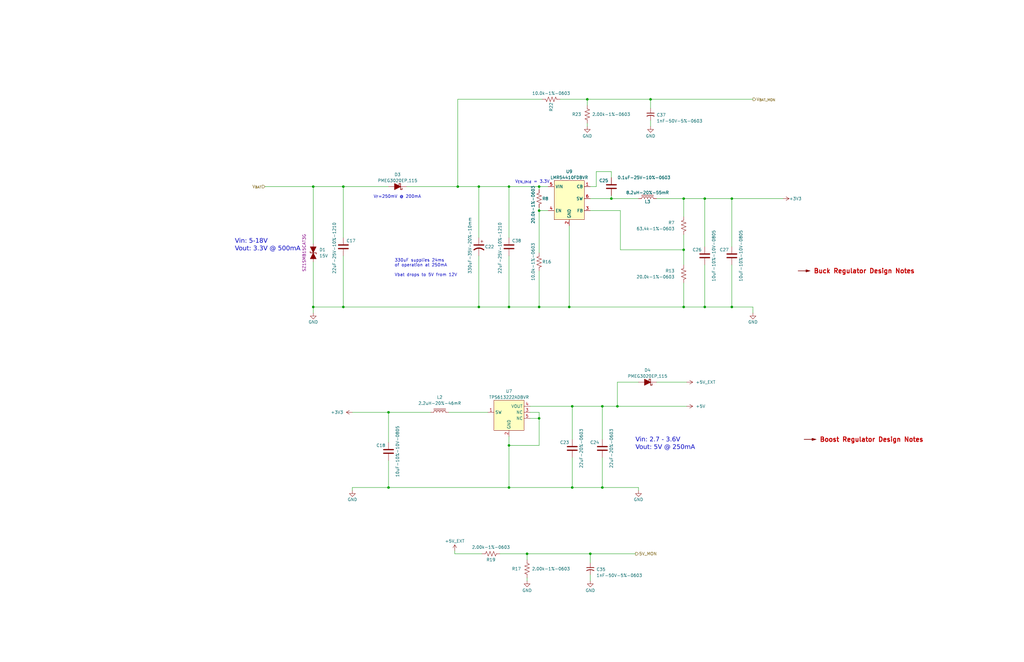
<source format=kicad_sch>
(kicad_sch (version 20250114) (generator "eeschema") (generator_version "9.0")
  (paper "B")
  (title_block (title "CAN I/O Expander") (date "2025-04-26") (rev "1") (company "Realtime Robotics"))
  (lib_symbols
    (symbol "Device:C" (pin_numbers (hide yes)) (pin_names (offset 0.254))
      (property "Reference" "C" (at 0.635 2.54 0))
      (property "Value" "C" (at 0.635 -2.54 0))
      (symbol "C_0_1"
        (polyline (pts (xy -2.032 0.762) (xy 2.032 0.762)) (stroke (width 0.508)))
        (polyline (pts (xy -2.032 -0.762) (xy 2.032 -0.762)) (stroke (width 0.508)))
      )
      (symbol "C_1_1"
        (pin passive line (at 0 3.81 270) (length 2.794) (name "~") (number "1"))
        (pin passive line (at 0 -3.81 90) (length 2.794) (name "~") (number "2"))
      )
    )
    (symbol "Device:C_Polarized_US" (pin_numbers (hide yes)) (pin_names (offset 0.254) (hide yes))
      (property "Reference" "C" (at 0.635 2.54 0))
      (property "Value" "C_Polarized_US" (at 0.635 -2.54 0))
      (symbol "C_Polarized_US_0_1"
        (polyline (pts (xy -2.032 0.762) (xy 2.032 0.762)) (stroke (width 0.508)))
        (polyline (pts (xy -1.778 2.286) (xy -0.762 2.286)))
        (polyline (pts (xy -1.27 1.778) (xy -1.27 2.794)))
        (arc (start -2.032 -1.27) (mid 0 -0.5572) (end 2.032 -1.27) (stroke (width 0.508)))
      )
      (symbol "C_Polarized_US_1_1"
        (pin passive line (at 0 3.81 270) (length 2.794) (name "~") (number "1"))
        (pin passive line (at 0 -3.81 90) (length 3.302) (name "~") (number "2"))
      )
    )
    (symbol "Device:C_Small_US" (pin_numbers (hide yes)) (pin_names (offset 0.254) (hide yes))
      (property "Reference" "C" (at 0.254 1.778 0))
      (property "Value" "C_Small_US" (at 0.254 -2.032 0))
      (symbol "C_Small_US_0_1"
        (polyline (pts (xy -1.524 0.508) (xy 1.524 0.508)) (stroke (width 0.3048)))
        (arc (start -1.524 -0.762) (mid 0 -0.3734) (end 1.524 -0.762) (stroke (width 0.3048)))
      )
      (symbol "C_Small_US_1_1"
        (pin passive line (at 0 2.54 270) (length 2.032) (name "~") (number "1"))
        (pin passive line (at 0 -2.54 90) (length 2.032) (name "~") (number "2"))
      )
    )
    (symbol "Device:D_Schottky" (pin_numbers (hide yes)) (pin_names (offset 1.016) (hide yes))
      (property "Reference" "D2" (at -0.3175 -6.35 0))
      (property "Value" "D_Schottky" (at -0.3175 -3.81 0))
      (symbol "D_Schottky_0_1"
        (polyline (pts (xy -1.905 0.635) (xy -1.905 1.27) (xy -1.27 1.27) (xy -1.27 -1.27) (xy -0.635 -1.27) (xy -0.635 -0.635)) (stroke (width 0.254)))
        (polyline (pts (xy 1.27 0) (xy -1.27 0)))
      )
      (symbol "D_Schottky_1_1"
        (polyline (pts (xy 1.27 1.27) (xy 1.27 -1.27) (xy -1.27 0) (xy 1.27 1.27)) (stroke (width 0.254)) (fill (type outline)))
        (pin passive line (at -3.81 0 0) (length 2.54) (name "K") (number "1"))
        (pin passive line (at 3.81 0 180) (length 2.54) (name "A") (number "2"))
      )
    )
    (symbol "Device:D_TVS" (pin_numbers (hide yes)) (pin_names (offset 1.016) (hide yes))
      (property "Reference" "D1" (at 1.2701 -2.54 90))
      (property "Value" "15V" (at -1.27 -2.54 90))
      (property "MFG P/N" "SZ1SMB15CAT3G" (at 0 3.81 0))
      (symbol "D_TVS_0_1"
        (polyline (pts (xy 0.508 1.27) (xy 0 1.27) (xy 0 -1.27) (xy -0.508 -1.27)) (stroke (width 0.254)))
        (polyline (pts (xy 1.27 0) (xy -1.27 0)))
      )
      (symbol "D_TVS_1_1"
        (polyline (pts (xy -2.54 -1.27) (xy -2.54 1.27) (xy 0 0) (xy -2.54 -1.27)) (fill (type outline)))
        (polyline (pts (xy 2.54 1.27) (xy 2.54 -1.27) (xy 0 0) (xy 2.54 1.27)) (fill (type outline)))
        (pin passive line (at -3.81 0 0) (length 2.54) (name "A1") (number "1"))
        (pin passive line (at 3.81 0 180) (length 2.54) (name "A2") (number "2"))
      )
    )
    (symbol "Device:L_Iron" (pin_numbers (hide yes)) (pin_names (offset 1.016) (hide yes))
      (property "Reference" "L" (at -1.27 0 90))
      (property "Value" "L_Iron" (at 2.794 0 90))
      (symbol "L_Iron_0_1"
        (arc (start 0 2.54) (mid 0.6323 1.905) (end 0 1.27))
        (arc (start 0 1.27) (mid 0.6323 0.635) (end 0 0))
        (arc (start 0 0) (mid 0.6323 -0.635) (end 0 -1.27))
        (arc (start 0 -1.27) (mid 0.6323 -1.905) (end 0 -2.54))
        (polyline (pts (xy 1.016 2.54) (xy 1.016 -2.54)))
        (polyline (pts (xy 1.524 -2.54) (xy 1.524 2.54)))
      )
      (symbol "L_Iron_1_1"
        (pin passive line (at 0 3.81 270) (length 1.27) (name "1") (number "1"))
        (pin passive line (at 0 -3.81 90) (length 1.27) (name "2") (number "2"))
      )
    )
    (symbol "Device:R_US" (pin_numbers (hide yes)) (pin_names (offset 0))
      (property "Reference" "R" (at 2.54 0 90))
      (property "Value" "R_US" (at -2.54 0 90))
      (symbol "R_US_0_1"
        (polyline (pts (xy 0 2.286) (xy 0 2.54)))
        (polyline (pts (xy 0 2.286) (xy 1.016 1.905) (xy 0 1.524) (xy -1.016 1.143) (xy 0 0.762)))
        (polyline (pts (xy 0 0.762) (xy 1.016 0.381) (xy 0 0) (xy -1.016 -0.381) (xy 0 -0.762)))
        (polyline (pts (xy 0 -0.762) (xy 1.016 -1.143) (xy 0 -1.524) (xy -1.016 -1.905) (xy 0 -2.286)))
        (polyline (pts (xy 0 -2.286) (xy 0 -2.54)))
      )
      (symbol "R_US_1_1"
        (pin passive line (at 0 3.81 270) (length 1.27) (name "~") (number "1"))
        (pin passive line (at 0 -3.81 90) (length 1.27) (name "~") (number "2"))
      )
    )
    (symbol "Graphic:SYM_Arrow_Normal" (in_bom no) (on_board no)
      (symbol "SYM_Arrow_Normal_0_1"
        (polyline (pts (xy 1.524 0) (xy -2.54 0)) (stroke (width 0.254)))
        (polyline (pts (xy 2.54 0) (xy 0.762 -0.508) (xy 0.762 0.508) (xy 2.54 0)) (fill (type outline)))
      )
    )
    (symbol "IMU-2X:LMR54410FDBVR"
      (property "Reference" "U" (at 0 0 0))
      (symbol "LMR54410FDBVR_1_1"
        (rectangle (start 0 0) (end 12.7 -16.51) (fill (type background)))
        (pin power_in line (at -2.54 -2.54 0) (length 2.54) (name "VIN") (number "5"))
        (pin input line (at -2.54 -12.7 0) (length 2.54) (name "EN") (number "4"))
        (pin passive line (at 6.35 -19.05 90) (length 2.54) (name "GND") (number "2"))
        (pin passive line (at 15.24 -2.54 180) (length 2.54) (name "CB") (number "1"))
        (pin power_out line (at 15.24 -7.62 180) (length 2.54) (name "SW") (number "6"))
        (pin input line (at 15.24 -12.7 180) (length 2.54) (name "FB") (number "3"))
      )
    )
    (symbol "IMU-2X:TPS613222ADBVR"
      (property "Reference" "U" (at 0 0 0))
      (property "Value" "TPS613222ADBVR" (at 0 0 0))
      (symbol "TPS613222ADBVR_1_1"
        (rectangle (start -6.35 0) (end 6.35 -12.7) (fill (type background)))
        (pin power_in line (at -8.89 -5.08 0) (length 2.54) (name "SW") (number "1"))
        (pin passive line (at 0 -15.24 90) (length 2.54) (name "GND") (number "2"))
        (pin power_out line (at 8.89 -2.54 180) (length 2.54) (name "VOUT") (number "4"))
        (pin passive line (at 8.89 -5.08 180) (length 2.54) (name "NC") (number "3"))
        (pin passive line (at 8.89 -7.62 180) (length 2.54) (name "NC") (number "5"))
      )
    )
    (symbol "power:+3V3" (power) (pin_names (offset 0))
      (property "Value" "+3V3" (at 0 3.556 0))
      (symbol "+3V3_0_1"
        (polyline (pts (xy -0.762 1.27) (xy 0 2.54)))
        (polyline (pts (xy 0 2.54) (xy 0.762 1.27)))
        (polyline (pts (xy 0 0) (xy 0 2.54)))
      )
      (symbol "+3V3_1_1"
        (pin power_in line (at 0 0 90) (length 0) (hide yes) (name "+3V3") (number "1"))
      )
    )
    (symbol "power:+5V" (power) (pin_names (offset 0))
      (property "Value" "+5V" (at 0 3.556 0))
      (symbol "+5V_0_1"
        (polyline (pts (xy -0.762 1.27) (xy 0 2.54)))
        (polyline (pts (xy 0 2.54) (xy 0.762 1.27)))
        (polyline (pts (xy 0 0) (xy 0 2.54)))
      )
      (symbol "+5V_1_1"
        (pin power_in line (at 0 0 90) (length 0) (hide yes) (name "+5V") (number "1"))
      )
    )
    (symbol "power:GND" (power) (pin_names (offset 0))
      (property "Value" "GND" (at 0 -3.81 0))
      (symbol "GND_0_1"
        (polyline (pts (xy 0 0) (xy 0 -1.27) (xy 1.27 -1.27) (xy 0 -2.54) (xy -1.27 -1.27) (xy 0 -1.27)))
      )
      (symbol "GND_1_1"
        (pin power_in line (at 0 0 270) (length 0) (hide yes) (name "GND") (number "1"))
      )
    )
  )
  (text "Vin: 5-18V\nVout: 3.3V @ 500mA" (at 99.06 106.68 0) (effects (font (size 1.905 1.905)) (justify left bottom)))
  (text "V_{EN_thld} = 3.3V" (at 217.17 77.47 0) (effects (font (size 1.27 1.27)) (justify left bottom)))
  (text "330uF supplies 24ms\nof operation at 250mA\n\nVbat drops to 5V from 12V" (at 166.37 116.84 0) (effects (font (size 1.27 1.27)) (justify left bottom)))
  (text "V_{F}=250mV @ 200mA" (at 157.48 83.82 0) (effects (font (size 1.27 1.27)) (justify left bottom)))
  (text "Vin: 2.7 - 3.6V\nVout: 5V @ 250mA" (at 267.97 190.5 0) (effects (font (size 1.905 1.905)) (justify left bottom)))
  (junction (at 222.25 233.68))
  (junction (at 288.29 83.82))
  (junction (at 308.61 129.54))
  (junction (at 163.83 173.99))
  (junction (at 214.63 129.54))
  (junction (at 193.04 78.74))
  (junction (at 240.03 129.54))
  (junction (at 288.29 129.54))
  (junction (at 144.78 129.54))
  (junction (at 260.35 171.45))
  (junction (at 144.78 78.74))
  (junction (at 227.33 78.74))
  (junction (at 163.83 205.74))
  (junction (at 274.32 41.91))
  (junction (at 227.33 88.9))
  (junction (at 254 205.74))
  (junction (at 214.63 78.74))
  (junction (at 248.92 233.68))
  (junction (at 201.93 78.74))
  (junction (at 201.93 129.54))
  (junction (at 297.18 83.82))
  (junction (at 297.18 129.54))
  (junction (at 227.33 129.54))
  (junction (at 288.29 105.41))
  (junction (at 132.08 78.74))
  (junction (at 241.3 171.45))
  (junction (at 132.08 129.54))
  (junction (at 241.3 205.74))
  (junction (at 227.33 176.53))
  (junction (at 214.63 187.96))
  (junction (at 254 171.45))
  (junction (at 308.61 83.82))
  (junction (at 214.63 205.74))
  (junction (at 247.65 41.91))
  (junction (at 257.81 83.82))
  (wire (pts (xy 288.29 83.82) (xy 288.29 91.44)))
  (wire (pts (xy 241.3 205.74) (xy 254 205.74)))
  (wire (pts (xy 148.59 173.99) (xy 163.83 173.99)))
  (wire (pts (xy 269.24 161.29) (xy 260.35 161.29)))
  (wire (pts (xy 227.33 187.96) (xy 214.63 187.96)))
  (wire (pts (xy 214.63 129.54) (xy 227.33 129.54)))
  (wire (pts (xy 308.61 83.82) (xy 308.61 104.14)))
  (wire (pts (xy 201.93 100.33) (xy 201.93 78.74)))
  (wire (pts (xy 223.52 176.53) (xy 227.33 176.53)))
  (wire (pts (xy 241.3 193.04) (xy 241.3 205.74)))
  (wire (pts (xy 227.33 87.63) (xy 227.33 88.9)))
  (wire (pts (xy 227.33 78.74) (xy 227.33 80.01)))
  (wire (pts (xy 288.29 105.41) (xy 288.29 111.76)))
  (wire (pts (xy 248.92 242.57) (xy 248.92 245.11)))
  (wire (pts (xy 222.25 233.68) (xy 248.92 233.68)))
  (wire (pts (xy 248.92 88.9) (xy 261.62 88.9)))
  (wire (pts (xy 205.74 173.99) (xy 189.23 173.99)))
  (wire (pts (xy 254 193.04) (xy 254 205.74)))
  (wire (pts (xy 257.81 82.55) (xy 257.81 83.82)))
  (wire (pts (xy 223.52 173.99) (xy 227.33 173.99)))
  (wire (pts (xy 227.33 173.99) (xy 227.33 176.53)))
  (wire (pts (xy 214.63 78.74) (xy 214.63 100.33)))
  (wire (pts (xy 144.78 100.33) (xy 144.78 78.74)))
  (wire (pts (xy 248.92 78.74) (xy 251.46 78.74)))
  (wire (pts (xy 236.22 41.91) (xy 247.65 41.91)))
  (wire (pts (xy 274.32 41.91) (xy 274.32 45.72)))
  (wire (pts (xy 191.77 232.41) (xy 191.77 233.68)))
  (wire (pts (xy 260.35 161.29) (xy 260.35 171.45)))
  (wire (pts (xy 240.03 129.54) (xy 288.29 129.54)))
  (wire (pts (xy 241.3 171.45) (xy 241.3 185.42)))
  (wire (pts (xy 144.78 78.74) (xy 163.83 78.74)))
  (wire (pts (xy 201.93 78.74) (xy 214.63 78.74)))
  (wire (pts (xy 227.33 129.54) (xy 240.03 129.54)))
  (wire (pts (xy 223.52 171.45) (xy 241.3 171.45)))
  (wire (pts (xy 288.29 99.06) (xy 288.29 105.41)))
  (wire (pts (xy 214.63 205.74) (xy 241.3 205.74)))
  (wire (pts (xy 257.81 72.39) (xy 257.81 74.93)))
  (wire (pts (xy 181.61 173.99) (xy 163.83 173.99)))
  (wire (pts (xy 297.18 129.54) (xy 308.61 129.54)))
  (wire (pts (xy 269.24 205.74) (xy 269.24 207.01)))
  (wire (pts (xy 240.03 95.25) (xy 240.03 129.54)))
  (wire (pts (xy 210.82 233.68) (xy 222.25 233.68)))
  (wire (pts (xy 261.62 88.9) (xy 261.62 105.41)))
  (wire (pts (xy 214.63 107.95) (xy 214.63 129.54)))
  (wire (pts (xy 251.46 78.74) (xy 251.46 72.39)))
  (wire (pts (xy 144.78 129.54) (xy 201.93 129.54)))
  (wire (pts (xy 308.61 83.82) (xy 330.2 83.82)))
  (wire (pts (xy 227.33 114.3) (xy 227.33 129.54)))
  (wire (pts (xy 248.92 233.68) (xy 248.92 237.49)))
  (wire (pts (xy 191.77 233.68) (xy 203.2 233.68)))
  (wire (pts (xy 214.63 187.96) (xy 214.63 205.74)))
  (wire (pts (xy 247.65 41.91) (xy 247.65 44.45)))
  (wire (pts (xy 257.81 83.82) (xy 269.24 83.82)))
  (wire (pts (xy 201.93 129.54) (xy 214.63 129.54)))
  (wire (pts (xy 201.93 107.95) (xy 201.93 129.54)))
  (wire (pts (xy 308.61 111.76) (xy 308.61 129.54)))
  (wire (pts (xy 254 171.45) (xy 254 185.42)))
  (wire (pts (xy 288.29 83.82) (xy 297.18 83.82)))
  (wire (pts (xy 111.76 78.74) (xy 132.08 78.74)))
  (wire (pts (xy 274.32 50.8) (xy 274.32 53.34)))
  (wire (pts (xy 241.3 171.45) (xy 254 171.45)))
  (wire (pts (xy 254 171.45) (xy 260.35 171.45)))
  (wire (pts (xy 317.5 129.54) (xy 317.5 132.08)))
  (wire (pts (xy 132.08 78.74) (xy 132.08 102.87)))
  (wire (pts (xy 288.29 129.54) (xy 297.18 129.54)))
  (wire (pts (xy 227.33 78.74) (xy 231.14 78.74)))
  (wire (pts (xy 248.92 83.82) (xy 257.81 83.82)))
  (wire (pts (xy 222.25 243.84) (xy 222.25 245.11)))
  (wire (pts (xy 297.18 111.76) (xy 297.18 129.54)))
  (wire (pts (xy 274.32 41.91) (xy 317.5 41.91)))
  (wire (pts (xy 163.83 194.31) (xy 163.83 205.74)))
  (wire (pts (xy 251.46 72.39) (xy 257.81 72.39)))
  (wire (pts (xy 148.59 205.74) (xy 163.83 205.74)))
  (wire (pts (xy 276.86 161.29) (xy 289.56 161.29)))
  (wire (pts (xy 163.83 173.99) (xy 163.83 186.69)))
  (wire (pts (xy 261.62 105.41) (xy 288.29 105.41)))
  (wire (pts (xy 308.61 129.54) (xy 317.5 129.54)))
  (wire (pts (xy 171.45 78.74) (xy 193.04 78.74)))
  (wire (pts (xy 132.08 129.54) (xy 144.78 129.54)))
  (wire (pts (xy 222.25 233.68) (xy 222.25 236.22)))
  (wire (pts (xy 297.18 83.82) (xy 297.18 104.14)))
  (wire (pts (xy 132.08 129.54) (xy 132.08 132.08)))
  (wire (pts (xy 227.33 88.9) (xy 231.14 88.9)))
  (wire (pts (xy 148.59 205.74) (xy 148.59 207.01)))
  (wire (pts (xy 297.18 83.82) (xy 308.61 83.82)))
  (wire (pts (xy 193.04 78.74) (xy 201.93 78.74)))
  (wire (pts (xy 163.83 205.74) (xy 214.63 205.74)))
  (wire (pts (xy 247.65 52.07) (xy 247.65 53.34)))
  (wire (pts (xy 132.08 110.49) (xy 132.08 129.54)))
  (wire (pts (xy 214.63 78.74) (xy 227.33 78.74)))
  (wire (pts (xy 227.33 88.9) (xy 227.33 106.68)))
  (wire (pts (xy 248.92 233.68) (xy 267.97 233.68)))
  (wire (pts (xy 214.63 187.96) (xy 214.63 184.15)))
  (wire (pts (xy 260.35 171.45) (xy 289.56 171.45)))
  (wire (pts (xy 276.86 83.82) (xy 288.29 83.82)))
  (wire (pts (xy 254 205.74) (xy 269.24 205.74)))
  (wire (pts (xy 288.29 119.38) (xy 288.29 129.54)))
  (wire (pts (xy 144.78 107.95) (xy 144.78 129.54)))
  (wire (pts (xy 132.08 78.74) (xy 144.78 78.74)))
  (wire (pts (xy 193.04 41.91) (xy 193.04 78.74)))
  (wire (pts (xy 228.6 41.91) (xy 193.04 41.91)))
  (wire (pts (xy 227.33 176.53) (xy 227.33 187.96)))
  (wire (pts (xy 247.65 41.91) (xy 274.32 41.91)))
  (hierarchical_label "V_{BAT}" (shape input) (at 111.76 78.74 180))
  (hierarchical_label "V_{BAT_MON}" (shape output) (at 317.5 41.91 0))
  (hierarchical_label "5V_MON" (shape output) (at 267.97 233.68 0))
  (symbol (lib_id "Device:C") (at 163.83 190.5 0) (unit 1)
    (property "Reference" "C18" (at 162.56 187.96 0) (effects (justify right)))
    (property "Value" "10uF-10%-10V-0805" (at 167.64 190.5 90))
    (property "Footprint" "Capacitor_SMD:C_0805_2012Metric" (effects (hide yes)))
    (property "Datasheet" "Components/Kemet-C0805C106K8PACTU.pdf" (effects (hide yes)))
    (property "MFG" "Kemet" (effects (hide yes)))
    (property "MFG P/N" "C0805C106K8PAC7800" (effects (hide yes)))
    (property "DIST" "Digikey" (effects (hide yes)))
    (property "DIST P/N" "399-C0805C106K8PAC7800CT-ND" (effects (hide yes)))
  )
  (symbol (lib_id "power:GND") (at 274.32 53.34 0) (mirror y) (unit 1)
    (property "Reference" "#PWR072" (effects (hide yes)))
    (property "Value" "GND" (at 274.32 57.404 0))
    (property "Description" "Power symbol creates a global label with name \"GND\" , ground" (effects (hide yes)))
  )
  (symbol (lib_id "Device:C") (at 144.78 104.14 180) (unit 1)
    (property "Reference" "C17" (at 146.05 101.6 0) (effects (justify right)))
    (property "Value" "22uF-25V-10%-1210" (at 140.97 115.57 90) (effects (justify right)))
    (property "Footprint" "Capacitor_SMD:C_1210_3225Metric" (effects (hide yes)))
    (property "Datasheet" "Components/Samsung-MLCC.pdf" (effects (hide yes)))
    (property "MFG" "Samsung Electro-Mechanics" (effects (hide yes)))
    (property "MFG P/N" "CL32A226KAJNNWE" (effects (hide yes)))
    (property "DIST" "Digikey" (effects (hide yes)))
    (property "DIST P/N" "1276-3369-1-ND" (effects (hide yes)))
  )
  (symbol (lib_id "power:GND") (at 269.24 207.01 0) (unit 1)
    (property "Reference" "#PWR054" (effects (hide yes)))
    (property "Value" "GND" (at 269.24 210.82 0))
  )
  (symbol (lib_id "power:+3V3") (at 148.59 173.99 90) (mirror x) (unit 1)
    (property "Reference" "#PWR056" (effects (hide yes)))
    (property "Value" "+3V3" (at 144.78 173.99 90) (effects (justify left)))
  )
  (symbol (lib_id "IMU-2X:LMR54410FDBVR") (at 233.68 76.2 0) (unit 1)
    (property "Reference" "U9" (at 240.03 72.39 0))
    (property "Value" "LMR54410FDBVR" (at 240.03 74.93 0))
    (property "Footprint" "Package_TO_SOT_SMD:SOT-23-6" (effects (hide yes)))
    (property "Datasheet" "Components/TI-LMR54406.pdf" (effects (hide yes)))
    (property "MFG" "Texas Instruments" (effects (hide yes)))
    (property "MFG P/N" "LMR54410FDBVR" (effects (hide yes)))
    (property "DIST" "Digikey" (effects (hide yes)))
    (property "DIST P/N" "296-LMR54410FDBVRCT-ND" (effects (hide yes)))
  )
  (symbol (lib_id "Device:D_Schottky") (at 273.05 161.29 180) (unit 1)
    (property "Reference" "D4" (at 273.05 156.21 0))
    (property "Value" "PMEG3020EP,115" (at 273.05 158.75 0))
    (property "Footprint" "CAN-IO-expander:D_SOD-128" (effects (hide yes)))
    (property "Datasheet" "Components/Nexperia-PMEG3020EP.pdf" (effects (hide yes)))
    (property "MFG" "Nexperia" (effects (hide yes)))
    (property "MFG P/N" "PMEG3020EP,115" (effects (hide yes)))
    (property "DIST" "Digikey" (effects (hide yes)))
    (property "DIST P/N" "1727-5836-1-ND" (effects (hide yes)))
  )
  (symbol (lib_id "power:GND") (at 247.65 53.34 0) (unit 1)
    (property "Reference" "#PWR071" (effects (hide yes)))
    (property "Value" "GND" (at 247.65 57.404 0))
    (property "Description" "Power symbol creates a global label with name \"GND\" , ground" (effects (hide yes)))
  )
  (symbol (lib_id "Device:D_TVS") (at 132.08 106.68 90) (unit 1)
    (property "Reference" "D1" (at 134.62 105.4099 90) (effects (justify right)))
    (property "Value" "15V" (at 134.62 107.95 90) (effects (justify right)))
    (property "Footprint" "Diode_SMD:D_SMB" (effects (hide yes)))
    (property "Datasheet" "Components/Littelfuse-sz1smb28cat3g.pdf" (effects (hide yes)))
    (property "MFG" "Littelfuse" (effects (hide yes)))
    (property "MFG P/N" "SZ1SMB15CAT3G" (at 128.27 106.68 0))
    (property "DIST" "Digikey" (effects (hide yes)))
    (property "DIST P/N" "F11544CT-ND" (effects (hide yes)))
  )
  (symbol (lib_id "Device:R_US") (at 232.41 41.91 90) (mirror x) (unit 1)
    (property "Reference" "R22" (at 232.41 43.18 0) (effects (justify left)))
    (property "Value" "10.0k-1%-0603" (at 232.41 39.37 90))
    (property "Footprint" "Resistor_SMD:R_0603_1608Metric" (effects (hide yes)))
    (property "Datasheet" "Components/Yageo-PYu-RC_Group_51_RoHS_L_12.pdf" (effects (hide yes)))
    (property "MFG" "Yageo" (effects (hide yes)))
    (property "MFG P/N" "RC0603FR-0710KP" (effects (hide yes)))
    (property "DIST" "Digikey" (effects (hide yes)))
    (property "DIST P/N" "YAG1290CT-ND" (effects (hide yes)))
  )
  (symbol (lib_id "Device:L_Iron") (at 185.42 173.99 90) (unit 1)
    (property "Reference" "L2" (at 185.42 167.64 90))
    (property "Value" "2.2uH-20%-46mR" (at 185.42 170.18 90))
    (property "Footprint" "CAN-IO-expander:L_Vishay_IHLP-1212" (effects (hide yes)))
    (property "Datasheet" "Components/Vishay-IHLP1212BZER2R2M11.pdf" (effects (hide yes)))
    (property "MFG" "Vishay" (effects (hide yes)))
    (property "MFG P/N" "IHLP1212BZER2R2M11" (effects (hide yes)))
    (property "DIST" "Digikey" (effects (hide yes)))
    (property "DIST P/N" "541-1322-1-ND" (effects (hide yes)))
  )
  (symbol (lib_id "Device:L_Iron") (at 273.05 83.82 90) (unit 1)
    (property "Reference" "L3" (at 273.05 85.09 90))
    (property "Value" "8.2uH-20%-55mR" (at 273.05 81.28 90))
    (property "Footprint" "CAN-IO-expander:L_Vishay_IHLP-2525" (effects (hide yes)))
    (property "Datasheet" "Components/Vishay-ihlp-2525cz-1a.pdf" (effects (hide yes)))
    (property "MFG" "Vishay" (effects (hide yes)))
    (property "MFG P/N" "IHLP2525CZER8R2M1A" (effects (hide yes)))
    (property "DIST" "Digikey" (effects (hide yes)))
    (property "DIST P/N" "541-IHLP2525CZER8R2M1ACT-ND" (effects (hide yes)))
  )
  (symbol (lib_id "power:+3V3") (at 330.2 83.82 270) (unit 1)
    (property "Reference" "#PWR052" (effects (hide yes)))
    (property "Value" "+3V3" (at 332.74 83.82 90) (effects (justify left)))
  )
  (symbol (lib_id "Device:R_US") (at 288.29 95.25 0) (mirror x) (unit 1)
    (property "Reference" "R7" (at 284.48 93.98 0) (effects (justify right)))
    (property "Value" "63.4k-1%-0603" (at 284.48 96.52 0) (effects (justify right)))
    (property "Footprint" "Resistor_SMD:R_0603_1608Metric" (effects (hide yes)))
    (property "Datasheet" "Components/Yageo-PYu-RC_Group_51_RoHS_L_12.pdf" (effects (hide yes)))
    (property "MFG" "Yageo" (effects (hide yes)))
    (property "MFG P/N" "RC0603FR-0763K4L" (effects (hide yes)))
    (property "DIST" "Digikey" (effects (hide yes)))
    (property "DIST P/N" "311-63.4KHRCT-ND" (effects (hide yes)))
  )
  (symbol (lib_id "power:+5V") (at 289.56 161.29 270) (unit 1)
    (property "Reference" "#PWR057" (effects (hide yes)))
    (property "Value" "+5V_EXT" (at 293.37 161.2899 90) (effects (justify left)))
  )
  (symbol (lib_id "Device:R_US") (at 222.25 240.03 180) (unit 1)
    (property "Reference" "R17" (at 219.71 240.03 0) (effects (justify left)))
    (property "Value" "2.00k-1%-0603" (at 224.282 240.03 0) (effects (justify right)))
    (property "Footprint" "Resistor_SMD:R_0603_1608Metric" (effects (hide yes)))
    (property "Description" "Resistor, US symbol" (effects (hide yes)))
  )
  (symbol (lib_id "Device:C_Polarized_US") (at 201.93 104.14 0) (mirror y) (unit 1)
    (property "Reference" "C22" (at 204.47 104.14 0) (effects (justify right)))
    (property "Value" "330uF-35V-20%-10mm" (at 198.12 115.57 90) (effects (justify left)))
    (property "Footprint" "Capacitor_THT:CP_Radial_D10.0mm_P5.00mm" (effects (hide yes)))
    (property "Datasheet" "Components/Rubycon-PZJ.pdf" (effects (hide yes)))
    (property "MFG" "Rubycon" (effects (hide yes)))
    (property "MFG P/N" "35PZJ330M10X9" (effects (hide yes)))
    (property "DIST" "Digikey" (effects (hide yes)))
    (property "DIST P/N" "1189-35PZJ330M10X9-ND" (effects (hide yes)))
  )
  (symbol (lib_id "IMU-2X:TPS613222ADBVR") (at 214.63 168.91 0) (unit 1)
    (property "Reference" "U7" (at 214.63 165.1 0))
    (property "Value" "TPS613222ADBVR" (at 214.63 167.64 0))
    (property "Footprint" "Package_TO_SOT_SMD:SOT-23-5" (effects (hide yes)))
    (property "Datasheet" "Components/TI-tps613222.pdf" (effects (hide yes)))
    (property "MFG" "Texas Instruments" (effects (hide yes)))
    (property "MFG P/N" "TPS613222ADBVR" (effects (hide yes)))
    (property "DIST" "Digikey" (effects (hide yes)))
    (property "DIST P/N" "296-50503-1-ND" (effects (hide yes)))
  )
  (symbol (lib_id "Device:C") (at 254 189.23 0) (unit 1)
    (property "Reference" "C24" (at 252.73 186.69 0) (effects (justify right)))
    (property "Value" "22uF-20%-0603" (at 257.81 189.23 90))
    (property "Footprint" "Capacitor_SMD:C_0603_1608Metric" (effects (hide yes)))
    (property "Datasheet" "Components/TDK-mlcc_commercial_general_en.pdf" (effects (hide yes)))
    (property "MFG" "TDK" (effects (hide yes)))
    (property "MFG P/N" "C1608X5R1A226M080AC" (effects (hide yes)))
    (property "DIST" "Digikey" (effects (hide yes)))
    (property "DIST P/N" "445-9077-1-ND" (effects (hide yes)))
  )
  (symbol (lib_id "Device:C") (at 257.81 78.74 0) (unit 1)
    (property "Reference" "C25" (at 256.54 76.2 0) (effects (justify right)))
    (property "Value" "0.1uF-25V-10%-0603" (at 260.35 74.93 0) (effects (justify left)))
    (property "Footprint" "Capacitor_SMD:C_0603_1608Metric" (effects (hide yes)))
    (property "Datasheet" "Components/Kyocera-KGM_X7R.pdf" (effects (hide yes)))
    (property "DIST" "Digikey" (effects (hide yes)))
    (property "DIST P/N" "478-KGM15BR71E104KMCT-ND" (effects (hide yes)))
    (property "MFG" "Kyocera AVX" (effects (hide yes)))
    (property "MFG P/N" "KGM15BR71E104KM" (effects (hide yes)))
  )
  (symbol (lib_id "Graphic:SYM_Arrow_Normal") (at 341.63 185.42 0) (unit 1) (in_bom no) (on_board no)
    (property "Reference" "#SYM5" (effects (hide yes)))
    (property "Value" "Boost Regulator Design Notes" (at 345.44 185.42 0) (effects (font (size 1.905 1.905) (bold yes)) (justify left)))
    (property "Datasheet" "Components/WBDesign78-TPS613222-3Vin-5Vout-0.25A.pdf" (effects (hide yes)))
  )
  (symbol (lib_id "power:GND") (at 248.92 245.11 0) (mirror y) (unit 1)
    (property "Reference" "#PWR067" (effects (hide yes)))
    (property "Value" "GND" (at 248.92 249.174 0))
    (property "Description" "Power symbol creates a global label with name \"GND\" , ground" (effects (hide yes)))
  )
  (symbol (lib_id "power:GND") (at 317.5 132.08 0) (unit 1)
    (property "Reference" "#PWR051" (effects (hide yes)))
    (property "Value" "GND" (at 317.5 135.89 0))
  )
  (symbol (lib_id "Device:D_Schottky") (at 167.64 78.74 180) (unit 1)
    (property "Reference" "D3" (at 167.64 73.66 0))
    (property "Value" "PMEG3020EP,115" (at 167.64 76.2 0))
    (property "Footprint" "CAN-IO-expander:D_SOD-128" (effects (hide yes)))
    (property "Datasheet" "Components/Nexperia-PMEG3020EP.pdf" (effects (hide yes)))
    (property "MFG" "Nexperia" (effects (hide yes)))
    (property "MFG P/N" "PMEG3020EP,115" (effects (hide yes)))
    (property "DIST" "Digikey" (effects (hide yes)))
    (property "DIST P/N" "1727-5836-1-ND" (effects (hide yes)))
  )
  (symbol (lib_id "power:GND") (at 132.08 132.08 0) (unit 1)
    (property "Reference" "#PWR050" (effects (hide yes)))
    (property "Value" "GND" (at 132.08 135.89 0))
  )
  (symbol (lib_id "Device:R_US") (at 207.01 233.68 270) (unit 1)
    (property "Reference" "R19" (at 207.01 236.22 90))
    (property "Value" "2.00k-1%-0603" (at 207.01 231.648 90) (effects (justify bottom)))
    (property "Footprint" "Resistor_SMD:R_0603_1608Metric" (effects (hide yes)))
    (property "Description" "Resistor, US symbol" (effects (hide yes)))
  )
  (symbol (lib_id "Device:R_US") (at 247.65 48.26 180) (unit 1)
    (property "Reference" "R23" (at 245.11 48.26 0) (effects (justify left)))
    (property "Value" "2.00k-1%-0603" (at 249.682 48.26 0) (effects (justify right)))
    (property "Footprint" "Resistor_SMD:R_0603_1608Metric" (effects (hide yes)))
    (property "Description" "Resistor, US symbol" (effects (hide yes)))
  )
  (symbol (lib_id "power:GND") (at 148.59 207.01 0) (unit 1)
    (property "Reference" "#PWR053" (effects (hide yes)))
    (property "Value" "GND" (at 148.59 210.82 0))
  )
  (symbol (lib_id "power:+5V") (at 191.77 232.41 0) (unit 1)
    (property "Reference" "#PWR060" (effects (hide yes)))
    (property "Value" "+5V_EXT" (at 191.77 228.346 0))
  )
  (symbol (lib_id "Device:C") (at 241.3 189.23 0) (unit 1)
    (property "Reference" "C23" (at 240.03 186.69 0) (effects (justify right)))
    (property "Value" "22uF-20%-0603" (at 245.11 189.23 90))
    (property "Footprint" "Capacitor_SMD:C_0603_1608Metric" (effects (hide yes)))
    (property "Datasheet" "Components/TDK-mlcc_commercial_general_en.pdf" (effects (hide yes)))
    (property "MFG" "TDK" (effects (hide yes)))
    (property "MFG P/N" "C1608X5R1A226M080AC" (effects (hide yes)))
    (property "DIST" "Digikey" (effects (hide yes)))
    (property "DIST P/N" "445-9077-1-ND" (effects (hide yes)))
  )
  (symbol (lib_id "power:+5V") (at 289.56 171.45 270) (unit 1)
    (property "Reference" "#PWR055" (effects (hide yes)))
    (property "Value" "+5V" (at 293.37 171.45 90) (effects (justify left)))
  )
  (symbol (lib_id "Device:C_Small_US") (at 248.92 240.03 0) (unit 1)
    (property "Reference" "C35" (at 251.46 240.284 0) (effects (justify left)))
    (property "Value" "1nF-50V-5%-0603" (at 251.46 242.824 0) (effects (justify left)))
    (property "Footprint" "Capacitor_SMD:C_0603_1608Metric" (effects (hide yes)))
    (property "Description" "capacitor, small US symbol" (effects (hide yes)))
  )
  (symbol (lib_id "Device:R_US") (at 227.33 110.49 0) (mirror x) (unit 1)
    (property "Reference" "R16" (at 228.6 110.49 0) (effects (justify left)))
    (property "Value" "10.0k-1%-0603" (at 224.79 110.49 90))
    (property "Footprint" "Resistor_SMD:R_0603_1608Metric" (effects (hide yes)))
    (property "Datasheet" "Components/Yageo-PYu-RC_Group_51_RoHS_L_12.pdf" (effects (hide yes)))
    (property "MFG" "Yageo" (effects (hide yes)))
    (property "MFG P/N" "RC0603FR-0710KP" (effects (hide yes)))
    (property "DIST" "Digikey" (effects (hide yes)))
    (property "DIST P/N" "YAG1290CT-ND" (effects (hide yes)))
  )
  (symbol (lib_id "Device:R_US") (at 227.33 83.82 0) (mirror x) (unit 1)
    (property "Reference" "R8" (at 228.6 83.82 0) (effects (justify left)))
    (property "Value" "20.0k-1%-0603" (at 224.79 86.36 90))
    (property "Footprint" "Resistor_SMD:R_0603_1608Metric" (effects (hide yes)))
    (property "Datasheet" "Components/Yageo-PYu-RC_Group_51_RoHS_L_12.pdf" (effects (hide yes)))
    (property "MFG" "Yageo" (effects (hide yes)))
    (property "MFG P/N" "RC0603FR-0720KL" (effects (hide yes)))
    (property "DIST" "Digikey" (effects (hide yes)))
    (property "DIST P/N" "311-20.0KHRCT-ND" (effects (hide yes)))
  )
  (symbol (lib_id "Device:C_Small_US") (at 274.32 48.26 0) (unit 1)
    (property "Reference" "C37" (at 276.86 48.514 0) (effects (justify left)))
    (property "Value" "1nF-50V-5%-0603" (at 276.86 51.054 0) (effects (justify left)))
    (property "Footprint" "Capacitor_SMD:C_0603_1608Metric" (effects (hide yes)))
    (property "Description" "capacitor, small US symbol" (effects (hide yes)))
  )
  (symbol (lib_id "Device:R_US") (at 288.29 115.57 0) (mirror x) (unit 1)
    (property "Reference" "R13" (at 284.48 114.3 0) (effects (justify right)))
    (property "Value" "20.0k-1%-0603" (at 284.48 116.84 0) (effects (justify right)))
    (property "Footprint" "Resistor_SMD:R_0603_1608Metric" (effects (hide yes)))
    (property "Datasheet" "Components/Yageo-PYu-RC_Group_51_RoHS_L_12.pdf" (effects (hide yes)))
    (property "MFG" "Yageo" (effects (hide yes)))
    (property "MFG P/N" "RC0603FR-0720KL" (effects (hide yes)))
    (property "DIST" "Digikey" (effects (hide yes)))
    (property "DIST P/N" "311-20.0KHRCT-ND" (effects (hide yes)))
  )
  (symbol (lib_id "Device:C") (at 214.63 104.14 180) (unit 1)
    (property "Reference" "C38" (at 215.9 101.6 0) (effects (justify right)))
    (property "Value" "22uF-25V-10%-1210" (at 210.82 115.57 90) (effects (justify right)))
    (property "Footprint" "Capacitor_SMD:C_1210_3225Metric" (effects (hide yes)))
    (property "Datasheet" "Components/Samsung-MLCC.pdf" (effects (hide yes)))
    (property "MFG" "Samsung Electro-Mechanics" (effects (hide yes)))
    (property "MFG P/N" "CL32A226KAJNNWE" (effects (hide yes)))
    (property "DIST" "Digikey" (effects (hide yes)))
    (property "DIST P/N" "1276-3369-1-ND" (effects (hide yes)))
  )
  (symbol (lib_id "Device:C") (at 308.61 107.95 0) (unit 1)
    (property "Reference" "C27" (at 307.34 105.41 0) (effects (justify right)))
    (property "Value" "10uF-10%-10V-0805" (at 312.42 107.95 90))
    (property "Footprint" "Capacitor_SMD:C_0805_2012Metric" (effects (hide yes)))
    (property "Datasheet" "Components/Kemet-C0805C106K8PACTU.pdf" (effects (hide yes)))
    (property "MFG" "Kemet" (effects (hide yes)))
    (property "MFG P/N" "C0805C106K8PAC7800" (effects (hide yes)))
    (property "DIST" "Digikey" (effects (hide yes)))
    (property "DIST P/N" "399-C0805C106K8PAC7800CT-ND" (effects (hide yes)))
  )
  (symbol (lib_id "power:GND") (at 222.25 245.11 0) (unit 1)
    (property "Reference" "#PWR065" (effects (hide yes)))
    (property "Value" "GND" (at 222.25 249.174 0))
    (property "Description" "Power symbol creates a global label with name \"GND\" , ground" (effects (hide yes)))
  )
  (symbol (lib_id "Device:C") (at 297.18 107.95 0) (mirror y) (unit 1)
    (property "Reference" "C26" (at 295.91 105.41 0) (effects (justify left)))
    (property "Value" "10uF-10%-10V-0805" (at 300.99 107.95 90))
    (property "Footprint" "Capacitor_SMD:C_0805_2012Metric" (effects (hide yes)))
    (property "Datasheet" "Components/Kemet-C0805C106K8PACTU.pdf" (effects (hide yes)))
    (property "MFG" "Kemet" (effects (hide yes)))
    (property "MFG P/N" "C0805C106K8PAC7800" (effects (hide yes)))
    (property "DIST" "Digikey" (effects (hide yes)))
    (property "DIST P/N" "399-C0805C106K8PAC7800CT-ND" (effects (hide yes)))
  )
  (symbol (lib_id "Graphic:SYM_Arrow_Normal") (at 339.09 114.3 0) (unit 1) (in_bom no) (on_board no)
    (property "Reference" "#SYM4" (effects (hide yes)))
    (property "Value" "Buck Regulator Design Notes" (at 342.9 114.3 0) (effects (font (size 1.905 1.905) (bold yes)) (justify left)))
    (property "Datasheet" "Components/WBDesign76-LMR54410FDBR-5-18V-3.3V-0.5A.pdf" (effects (hide yes)))
  )
)
</source>
